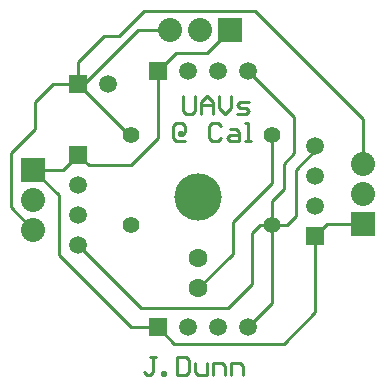
<source format=gtl>
G04 Layer_Physical_Order=1*
G04 Layer_Color=255*
%FSLAX25Y25*%
%MOIN*%
G70*
G01*
G75*
%ADD10C,0.01000*%
%ADD11R,0.08000X0.08000*%
%ADD12C,0.08000*%
%ADD13C,0.05906*%
%ADD14R,0.05906X0.05906*%
%ADD15C,0.05512*%
%ADD16R,0.05906X0.05906*%
%ADD17C,0.06299*%
%ADD18C,0.05906*%
%ADD19R,0.08000X0.08000*%
%ADD20C,0.15748*%
D10*
X510500Y320500D02*
X521000Y331000D01*
X474000Y320500D02*
X510500D01*
X468500Y326000D02*
X474000Y320500D01*
X442000Y383500D02*
X445500Y380000D01*
X459500D01*
X468500Y389000D01*
X501000Y431500D02*
X537000Y395500D01*
X464000Y431500D02*
X501000D01*
X537000Y380500D02*
Y395500D01*
X442000Y407000D02*
X459000Y390000D01*
X444000Y406500D02*
Y407000D01*
X442000D02*
Y414500D01*
X450500Y423000D01*
X455500D01*
X464000Y431500D01*
X444000Y407000D02*
X462000Y425000D01*
X472500D01*
X485000Y417500D02*
X492500Y425000D01*
X474500Y417500D02*
X485000D01*
X435500Y350000D02*
Y370000D01*
X427000Y378500D02*
X435500Y370000D01*
X468500Y389000D02*
Y411500D01*
X482000Y339000D02*
X493500Y350500D01*
Y361000D01*
X506500Y374000D01*
Y390000D01*
X442000Y353500D02*
X463000Y332500D01*
X492000D01*
X498500Y326000D02*
X506500Y334000D01*
Y360000D01*
X521000Y331000D02*
Y356500D01*
X459500Y326000D02*
X468500D01*
X435500Y350000D02*
X459500Y326000D01*
X468500Y411500D02*
X474500Y417500D01*
X459000Y390000D02*
X459500D01*
X521000Y356500D02*
X525000Y360500D01*
X537000D01*
X498500Y411500D02*
X500500D01*
X419500Y366000D02*
X427000Y358500D01*
X419500Y366000D02*
Y384000D01*
X427500Y392000D01*
Y401000D01*
X433500Y407000D01*
X442000D01*
X437000Y378500D02*
X442000Y383500D01*
X427000Y378500D02*
X437000D01*
X521000Y385000D02*
Y386500D01*
X514500Y378500D02*
X521000Y385000D01*
X498500Y411500D02*
X514000Y396000D01*
Y384000D02*
Y396000D01*
X510500Y380500D02*
X514000Y384000D01*
X510500Y372000D02*
Y380500D01*
X506500Y368000D02*
X510500Y372000D01*
X506500Y360000D02*
Y368000D01*
X492000Y332500D02*
X500000Y340500D01*
Y357500D01*
X502500Y360000D01*
X506500D01*
X511500D01*
X514500Y363000D01*
Y378500D01*
X467999Y315998D02*
X465999D01*
X466999D01*
Y311000D01*
X465999Y310000D01*
X465000D01*
X464000Y311000D01*
X469998Y310000D02*
Y311000D01*
X470998D01*
Y310000D01*
X469998D01*
X474996Y315998D02*
Y310000D01*
X477995D01*
X478995Y311000D01*
Y314998D01*
X477995Y315998D01*
X474996D01*
X480995Y313999D02*
Y311000D01*
X481994Y310000D01*
X484993D01*
Y313999D01*
X486993Y310000D02*
Y313999D01*
X489992D01*
X490991Y312999D01*
Y310000D01*
X492991D02*
Y313999D01*
X495990D01*
X496989Y312999D01*
Y310000D01*
X476499Y389999D02*
Y390999D01*
X475499D01*
Y389999D01*
X476499D01*
X477499Y390999D01*
Y392998D01*
X476499Y393998D01*
X474500D01*
X473500Y392998D01*
Y389000D01*
X474500Y388000D01*
X477499D01*
X489495Y392998D02*
X488495Y393998D01*
X486496D01*
X485496Y392998D01*
Y389000D01*
X486496Y388000D01*
X488495D01*
X489495Y389000D01*
X492494Y391999D02*
X494493D01*
X495493Y390999D01*
Y388000D01*
X492494D01*
X491494Y389000D01*
X492494Y389999D01*
X495493D01*
X497492Y388000D02*
X499492D01*
X498492D01*
Y393998D01*
X497492D01*
X477000Y402998D02*
Y398000D01*
X478000Y397000D01*
X479999D01*
X480999Y398000D01*
Y402998D01*
X482998Y397000D02*
Y400999D01*
X484997Y402998D01*
X486997Y400999D01*
Y397000D01*
Y399999D01*
X482998D01*
X488996Y402998D02*
Y398999D01*
X490996Y397000D01*
X492995Y398999D01*
Y402998D01*
X494994Y397000D02*
X497993D01*
X498993Y398000D01*
X497993Y398999D01*
X495994D01*
X494994Y399999D01*
X495994Y400999D01*
X498993D01*
D11*
X427000Y378500D02*
D03*
X537000Y360500D02*
D03*
D12*
X427000Y368500D02*
D03*
Y358500D02*
D03*
X537000Y370500D02*
D03*
Y380500D02*
D03*
X482500Y425000D02*
D03*
X472500D02*
D03*
D13*
X498500Y326000D02*
D03*
X488500D02*
D03*
X478500D02*
D03*
X442000Y353500D02*
D03*
Y363500D02*
D03*
Y373500D02*
D03*
X498500Y411500D02*
D03*
X488500D02*
D03*
X478500D02*
D03*
X521000Y386500D02*
D03*
Y376500D02*
D03*
Y366500D02*
D03*
D14*
X468500Y326000D02*
D03*
Y411500D02*
D03*
X442000Y407000D02*
D03*
D15*
X459500Y390000D02*
D03*
Y360000D02*
D03*
X506500Y390000D02*
D03*
Y360000D02*
D03*
D16*
X442000Y383500D02*
D03*
X521000Y356500D02*
D03*
D17*
X482000Y349000D02*
D03*
Y339000D02*
D03*
D18*
X451843Y407000D02*
D03*
D19*
X492500Y425000D02*
D03*
D20*
X482000Y369500D02*
D03*
M02*

</source>
